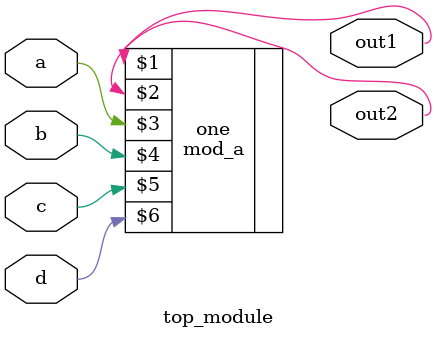
<source format=v>
module top_module ( 
    input a, 
    input b, 
    input c,
    input d,
    output out1,
    output out2
);
    
    mod_a one (out1, out2, a, b, c, d);

endmodule
</source>
